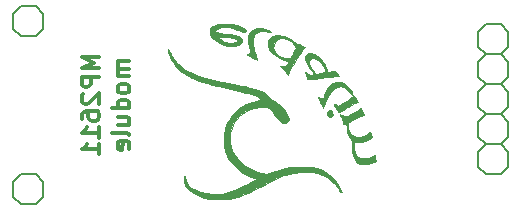
<source format=gbo>
G04 #@! TF.GenerationSoftware,KiCad,Pcbnew,(5.1.5)-1*
G04 #@! TF.CreationDate,2020-06-21T00:53:37+02:00*
G04 #@! TF.ProjectId,MP2611,4d503236-3131-42e6-9b69-6361645f7063,rev?*
G04 #@! TF.SameCoordinates,Original*
G04 #@! TF.FileFunction,Legend,Bot*
G04 #@! TF.FilePolarity,Positive*
%FSLAX45Y45*%
G04 Gerber Fmt 4.5, Leading zero omitted, Abs format (unit mm)*
G04 Created by KiCad (PCBNEW (5.1.5)-1) date 2020-06-21 00:53:37*
%MOMM*%
%LPD*%
G04 APERTURE LIST*
%ADD10C,0.300000*%
%ADD11C,0.150000*%
%ADD12C,0.100000*%
G04 APERTURE END LIST*
D10*
X9541557Y-5583686D02*
X9391557Y-5583686D01*
X9498700Y-5633686D01*
X9391557Y-5683686D01*
X9541557Y-5683686D01*
X9541557Y-5755114D02*
X9391557Y-5755114D01*
X9391557Y-5812257D01*
X9398700Y-5826543D01*
X9405843Y-5833686D01*
X9420129Y-5840828D01*
X9441557Y-5840828D01*
X9455843Y-5833686D01*
X9462986Y-5826543D01*
X9470129Y-5812257D01*
X9470129Y-5755114D01*
X9405843Y-5897971D02*
X9398700Y-5905114D01*
X9391557Y-5919400D01*
X9391557Y-5955114D01*
X9398700Y-5969400D01*
X9405843Y-5976543D01*
X9420129Y-5983686D01*
X9434414Y-5983686D01*
X9455843Y-5976543D01*
X9541557Y-5890828D01*
X9541557Y-5983686D01*
X9391557Y-6112257D02*
X9391557Y-6083686D01*
X9398700Y-6069400D01*
X9405843Y-6062257D01*
X9427271Y-6047971D01*
X9455843Y-6040828D01*
X9512986Y-6040828D01*
X9527271Y-6047971D01*
X9534414Y-6055114D01*
X9541557Y-6069400D01*
X9541557Y-6097971D01*
X9534414Y-6112257D01*
X9527271Y-6119400D01*
X9512986Y-6126543D01*
X9477271Y-6126543D01*
X9462986Y-6119400D01*
X9455843Y-6112257D01*
X9448700Y-6097971D01*
X9448700Y-6069400D01*
X9455843Y-6055114D01*
X9462986Y-6047971D01*
X9477271Y-6040828D01*
X9541557Y-6269400D02*
X9541557Y-6183686D01*
X9541557Y-6226543D02*
X9391557Y-6226543D01*
X9412986Y-6212257D01*
X9427271Y-6197971D01*
X9434414Y-6183686D01*
X9541557Y-6412257D02*
X9541557Y-6326543D01*
X9541557Y-6369400D02*
X9391557Y-6369400D01*
X9412986Y-6355114D01*
X9427271Y-6340828D01*
X9434414Y-6326543D01*
X9796557Y-5622971D02*
X9696557Y-5622971D01*
X9710843Y-5622971D02*
X9703700Y-5630114D01*
X9696557Y-5644400D01*
X9696557Y-5665828D01*
X9703700Y-5680114D01*
X9717986Y-5687257D01*
X9796557Y-5687257D01*
X9717986Y-5687257D02*
X9703700Y-5694400D01*
X9696557Y-5708686D01*
X9696557Y-5730114D01*
X9703700Y-5744400D01*
X9717986Y-5751543D01*
X9796557Y-5751543D01*
X9796557Y-5844400D02*
X9789414Y-5830114D01*
X9782271Y-5822971D01*
X9767986Y-5815828D01*
X9725129Y-5815828D01*
X9710843Y-5822971D01*
X9703700Y-5830114D01*
X9696557Y-5844400D01*
X9696557Y-5865828D01*
X9703700Y-5880114D01*
X9710843Y-5887257D01*
X9725129Y-5894400D01*
X9767986Y-5894400D01*
X9782271Y-5887257D01*
X9789414Y-5880114D01*
X9796557Y-5865828D01*
X9796557Y-5844400D01*
X9796557Y-6022971D02*
X9646557Y-6022971D01*
X9789414Y-6022971D02*
X9796557Y-6008686D01*
X9796557Y-5980114D01*
X9789414Y-5965828D01*
X9782271Y-5958686D01*
X9767986Y-5951543D01*
X9725129Y-5951543D01*
X9710843Y-5958686D01*
X9703700Y-5965828D01*
X9696557Y-5980114D01*
X9696557Y-6008686D01*
X9703700Y-6022971D01*
X9696557Y-6158686D02*
X9796557Y-6158686D01*
X9696557Y-6094400D02*
X9775129Y-6094400D01*
X9789414Y-6101543D01*
X9796557Y-6115828D01*
X9796557Y-6137257D01*
X9789414Y-6151543D01*
X9782271Y-6158686D01*
X9796557Y-6251543D02*
X9789414Y-6237257D01*
X9775129Y-6230114D01*
X9646557Y-6230114D01*
X9789414Y-6365828D02*
X9796557Y-6351543D01*
X9796557Y-6322971D01*
X9789414Y-6308686D01*
X9775129Y-6301543D01*
X9717986Y-6301543D01*
X9703700Y-6308686D01*
X9696557Y-6322971D01*
X9696557Y-6351543D01*
X9703700Y-6365828D01*
X9717986Y-6372971D01*
X9732271Y-6372971D01*
X9746557Y-6301543D01*
D11*
X12750800Y-5753100D02*
X12750800Y-5626100D01*
X13004800Y-5626100D02*
X13004800Y-5753100D01*
X12941300Y-5816600D02*
X12814300Y-5816600D01*
X12814300Y-5816600D02*
X12750800Y-5753100D01*
X13004800Y-5626100D02*
X12941300Y-5562600D01*
X12941300Y-5816600D02*
X13004800Y-5753100D01*
X12750800Y-5626100D02*
X12814300Y-5562600D01*
X12750800Y-5372100D02*
X12814300Y-5308600D01*
X12941300Y-5562600D02*
X13004800Y-5499100D01*
X13004800Y-5372100D02*
X12941300Y-5308600D01*
X12814300Y-5562600D02*
X12750800Y-5499100D01*
X12941300Y-5562600D02*
X12814300Y-5562600D01*
X13004800Y-5372100D02*
X13004800Y-5499100D01*
X12750800Y-5499100D02*
X12750800Y-5372100D01*
X12814300Y-5308600D02*
X12941300Y-5308600D01*
X13004800Y-5880100D02*
X13004800Y-6007100D01*
X12750800Y-6007100D02*
X12750800Y-5880100D01*
X12814300Y-5816600D02*
X12941300Y-5816600D01*
X12941300Y-5816600D02*
X13004800Y-5880100D01*
X12750800Y-6007100D02*
X12814300Y-6070600D01*
X12814300Y-5816600D02*
X12750800Y-5880100D01*
X13004800Y-6007100D02*
X12941300Y-6070600D01*
X13004800Y-6261100D02*
X12941300Y-6324600D01*
X12814300Y-6070600D02*
X12750800Y-6134100D01*
X12750800Y-6261100D02*
X12814300Y-6324600D01*
X12941300Y-6070600D02*
X13004800Y-6134100D01*
X12814300Y-6070600D02*
X12941300Y-6070600D01*
X12750800Y-6261100D02*
X12750800Y-6134100D01*
X13004800Y-6134100D02*
X13004800Y-6261100D01*
X12941300Y-6324600D02*
X12814300Y-6324600D01*
X8813800Y-5219700D02*
X8813800Y-5346700D01*
X9004300Y-5410200D02*
X8877300Y-5410200D01*
X8877300Y-5156200D02*
X9004300Y-5156200D01*
X9067800Y-5346700D02*
X9004300Y-5410200D01*
X9067800Y-5219700D02*
X9067800Y-5346700D01*
X8813800Y-5346700D02*
X8877300Y-5410200D01*
X8877300Y-5156200D02*
X8813800Y-5219700D01*
X9067800Y-5219700D02*
X9004300Y-5156200D01*
X8813800Y-6642100D02*
X8813800Y-6769100D01*
X9004300Y-6832600D02*
X8877300Y-6832600D01*
X8877300Y-6578600D02*
X9004300Y-6578600D01*
X9067800Y-6769100D02*
X9004300Y-6832600D01*
X9067800Y-6642100D02*
X9067800Y-6769100D01*
X8813800Y-6769100D02*
X8877300Y-6832600D01*
X8877300Y-6578600D02*
X8813800Y-6642100D01*
X9067800Y-6642100D02*
X9004300Y-6578600D01*
X12750800Y-6388100D02*
X12750800Y-6515100D01*
X12941300Y-6578600D02*
X12814300Y-6578600D01*
X12814300Y-6324600D02*
X12941300Y-6324600D01*
X13004800Y-6515100D02*
X12941300Y-6578600D01*
X13004800Y-6388100D02*
X13004800Y-6515100D01*
X12750800Y-6515100D02*
X12814300Y-6578600D01*
X12814300Y-6324600D02*
X12750800Y-6388100D01*
X13004800Y-6388100D02*
X12941300Y-6324600D01*
D12*
G36*
X10475812Y-5369484D02*
G01*
X10480650Y-5350871D01*
X10491362Y-5335250D01*
X10508052Y-5322524D01*
X10530824Y-5312598D01*
X10541107Y-5309537D01*
X10553338Y-5307448D01*
X10570619Y-5306059D01*
X10591262Y-5305360D01*
X10613581Y-5305341D01*
X10635888Y-5305992D01*
X10656497Y-5307303D01*
X10673720Y-5309264D01*
X10679960Y-5310365D01*
X10694578Y-5314277D01*
X10710737Y-5320087D01*
X10727480Y-5327264D01*
X10743855Y-5335271D01*
X10758906Y-5343577D01*
X10771680Y-5351646D01*
X10781221Y-5358946D01*
X10786575Y-5364942D01*
X10786788Y-5369101D01*
X10786071Y-5369703D01*
X10776669Y-5372620D01*
X10762568Y-5372261D01*
X10743454Y-5368574D01*
X10719013Y-5361507D01*
X10702472Y-5355909D01*
X10670249Y-5345069D01*
X10643171Y-5337223D01*
X10620353Y-5332271D01*
X10600914Y-5330116D01*
X10583971Y-5330659D01*
X10568641Y-5333801D01*
X10554235Y-5339352D01*
X10542103Y-5346416D01*
X10532525Y-5354540D01*
X10526533Y-5362542D01*
X10525161Y-5369244D01*
X10526210Y-5371386D01*
X10533516Y-5376205D01*
X10542985Y-5379316D01*
X10542985Y-5417525D01*
X10545641Y-5421608D01*
X10553319Y-5428396D01*
X10555509Y-5430148D01*
X10577500Y-5445346D01*
X10600703Y-5456451D01*
X10618833Y-5462511D01*
X10635575Y-5465929D01*
X10653140Y-5467082D01*
X10670253Y-5466186D01*
X10685641Y-5463460D01*
X10698031Y-5459120D01*
X10706147Y-5453384D01*
X10708747Y-5447155D01*
X10705518Y-5440636D01*
X10696458Y-5434270D01*
X10682512Y-5428315D01*
X10664620Y-5423029D01*
X10643725Y-5418672D01*
X10620771Y-5415502D01*
X10596698Y-5413778D01*
X10586257Y-5413545D01*
X10570824Y-5413631D01*
X10557586Y-5414053D01*
X10548217Y-5414735D01*
X10544779Y-5415359D01*
X10542985Y-5417525D01*
X10542985Y-5379316D01*
X10547237Y-5380714D01*
X10567468Y-5384936D01*
X10594309Y-5388893D01*
X10614655Y-5391260D01*
X10653573Y-5396321D01*
X10686079Y-5402480D01*
X10712109Y-5409717D01*
X10731595Y-5418014D01*
X10744473Y-5427350D01*
X10747470Y-5430948D01*
X10752460Y-5443284D01*
X10751538Y-5456255D01*
X10745335Y-5468739D01*
X10734479Y-5479617D01*
X10719601Y-5487766D01*
X10714587Y-5489470D01*
X10691511Y-5493553D01*
X10664215Y-5493667D01*
X10633874Y-5489943D01*
X10601660Y-5482510D01*
X10575740Y-5474129D01*
X10543804Y-5460446D01*
X10517778Y-5444935D01*
X10497822Y-5427766D01*
X10484096Y-5409104D01*
X10476759Y-5389118D01*
X10475812Y-5369484D01*
G37*
X10475812Y-5369484D02*
X10480650Y-5350871D01*
X10491362Y-5335250D01*
X10508052Y-5322524D01*
X10530824Y-5312598D01*
X10541107Y-5309537D01*
X10553338Y-5307448D01*
X10570619Y-5306059D01*
X10591262Y-5305360D01*
X10613581Y-5305341D01*
X10635888Y-5305992D01*
X10656497Y-5307303D01*
X10673720Y-5309264D01*
X10679960Y-5310365D01*
X10694578Y-5314277D01*
X10710737Y-5320087D01*
X10727480Y-5327264D01*
X10743855Y-5335271D01*
X10758906Y-5343577D01*
X10771680Y-5351646D01*
X10781221Y-5358946D01*
X10786575Y-5364942D01*
X10786788Y-5369101D01*
X10786071Y-5369703D01*
X10776669Y-5372620D01*
X10762568Y-5372261D01*
X10743454Y-5368574D01*
X10719013Y-5361507D01*
X10702472Y-5355909D01*
X10670249Y-5345069D01*
X10643171Y-5337223D01*
X10620353Y-5332271D01*
X10600914Y-5330116D01*
X10583971Y-5330659D01*
X10568641Y-5333801D01*
X10554235Y-5339352D01*
X10542103Y-5346416D01*
X10532525Y-5354540D01*
X10526533Y-5362542D01*
X10525161Y-5369244D01*
X10526210Y-5371386D01*
X10533516Y-5376205D01*
X10542985Y-5379316D01*
X10542985Y-5417525D01*
X10545641Y-5421608D01*
X10553319Y-5428396D01*
X10555509Y-5430148D01*
X10577500Y-5445346D01*
X10600703Y-5456451D01*
X10618833Y-5462511D01*
X10635575Y-5465929D01*
X10653140Y-5467082D01*
X10670253Y-5466186D01*
X10685641Y-5463460D01*
X10698031Y-5459120D01*
X10706147Y-5453384D01*
X10708747Y-5447155D01*
X10705518Y-5440636D01*
X10696458Y-5434270D01*
X10682512Y-5428315D01*
X10664620Y-5423029D01*
X10643725Y-5418672D01*
X10620771Y-5415502D01*
X10596698Y-5413778D01*
X10586257Y-5413545D01*
X10570824Y-5413631D01*
X10557586Y-5414053D01*
X10548217Y-5414735D01*
X10544779Y-5415359D01*
X10542985Y-5417525D01*
X10542985Y-5379316D01*
X10547237Y-5380714D01*
X10567468Y-5384936D01*
X10594309Y-5388893D01*
X10614655Y-5391260D01*
X10653573Y-5396321D01*
X10686079Y-5402480D01*
X10712109Y-5409717D01*
X10731595Y-5418014D01*
X10744473Y-5427350D01*
X10747470Y-5430948D01*
X10752460Y-5443284D01*
X10751538Y-5456255D01*
X10745335Y-5468739D01*
X10734479Y-5479617D01*
X10719601Y-5487766D01*
X10714587Y-5489470D01*
X10691511Y-5493553D01*
X10664215Y-5493667D01*
X10633874Y-5489943D01*
X10601660Y-5482510D01*
X10575740Y-5474129D01*
X10543804Y-5460446D01*
X10517778Y-5444935D01*
X10497822Y-5427766D01*
X10484096Y-5409104D01*
X10476759Y-5389118D01*
X10475812Y-5369484D01*
G36*
X10790030Y-5565018D02*
G01*
X10792847Y-5562396D01*
X10800032Y-5558357D01*
X10805267Y-5555896D01*
X10813299Y-5551884D01*
X10818480Y-5547502D01*
X10820893Y-5541640D01*
X10820621Y-5533189D01*
X10817745Y-5521040D01*
X10812349Y-5504084D01*
X10809700Y-5496280D01*
X10800921Y-5465180D01*
X10797354Y-5437975D01*
X10799052Y-5414169D01*
X10806070Y-5393267D01*
X10818463Y-5374770D01*
X10823654Y-5369197D01*
X10839284Y-5356352D01*
X10855353Y-5348038D01*
X10855943Y-5347833D01*
X10873050Y-5344078D01*
X10894046Y-5342568D01*
X10916433Y-5343281D01*
X10937717Y-5346199D01*
X10947507Y-5348576D01*
X10969964Y-5356328D01*
X10985803Y-5364592D01*
X10993473Y-5371321D01*
X10996061Y-5375068D01*
X10994380Y-5376100D01*
X10987316Y-5374969D01*
X10986453Y-5374795D01*
X10966224Y-5371234D01*
X10946008Y-5368611D01*
X10927653Y-5367100D01*
X10913007Y-5366873D01*
X10907122Y-5367371D01*
X10886978Y-5373700D01*
X10869192Y-5385830D01*
X10854972Y-5402886D01*
X10852680Y-5406779D01*
X10848079Y-5415572D01*
X10845134Y-5423162D01*
X10843486Y-5431472D01*
X10842780Y-5442425D01*
X10842659Y-5457944D01*
X10842668Y-5460720D01*
X10843180Y-5479715D01*
X10844790Y-5496761D01*
X10847868Y-5513545D01*
X10852785Y-5531754D01*
X10859910Y-5553074D01*
X10867371Y-5573296D01*
X10872583Y-5587414D01*
X10876616Y-5599012D01*
X10879020Y-5606755D01*
X10879453Y-5609300D01*
X10876147Y-5608449D01*
X10868151Y-5605085D01*
X10856768Y-5599855D01*
X10843300Y-5593402D01*
X10829050Y-5586373D01*
X10815320Y-5579412D01*
X10803413Y-5573164D01*
X10794632Y-5568274D01*
X10790278Y-5565387D01*
X10790030Y-5565018D01*
G37*
X10790030Y-5565018D02*
X10792847Y-5562396D01*
X10800032Y-5558357D01*
X10805267Y-5555896D01*
X10813299Y-5551884D01*
X10818480Y-5547502D01*
X10820893Y-5541640D01*
X10820621Y-5533189D01*
X10817745Y-5521040D01*
X10812349Y-5504084D01*
X10809700Y-5496280D01*
X10800921Y-5465180D01*
X10797354Y-5437975D01*
X10799052Y-5414169D01*
X10806070Y-5393267D01*
X10818463Y-5374770D01*
X10823654Y-5369197D01*
X10839284Y-5356352D01*
X10855353Y-5348038D01*
X10855943Y-5347833D01*
X10873050Y-5344078D01*
X10894046Y-5342568D01*
X10916433Y-5343281D01*
X10937717Y-5346199D01*
X10947507Y-5348576D01*
X10969964Y-5356328D01*
X10985803Y-5364592D01*
X10993473Y-5371321D01*
X10996061Y-5375068D01*
X10994380Y-5376100D01*
X10987316Y-5374969D01*
X10986453Y-5374795D01*
X10966224Y-5371234D01*
X10946008Y-5368611D01*
X10927653Y-5367100D01*
X10913007Y-5366873D01*
X10907122Y-5367371D01*
X10886978Y-5373700D01*
X10869192Y-5385830D01*
X10854972Y-5402886D01*
X10852680Y-5406779D01*
X10848079Y-5415572D01*
X10845134Y-5423162D01*
X10843486Y-5431472D01*
X10842780Y-5442425D01*
X10842659Y-5457944D01*
X10842668Y-5460720D01*
X10843180Y-5479715D01*
X10844790Y-5496761D01*
X10847868Y-5513545D01*
X10852785Y-5531754D01*
X10859910Y-5553074D01*
X10867371Y-5573296D01*
X10872583Y-5587414D01*
X10876616Y-5599012D01*
X10879020Y-5606755D01*
X10879453Y-5609300D01*
X10876147Y-5608449D01*
X10868151Y-5605085D01*
X10856768Y-5599855D01*
X10843300Y-5593402D01*
X10829050Y-5586373D01*
X10815320Y-5579412D01*
X10803413Y-5573164D01*
X10794632Y-5568274D01*
X10790278Y-5565387D01*
X10790030Y-5565018D01*
G36*
X10966946Y-5472561D02*
G01*
X10971474Y-5452582D01*
X10981508Y-5434833D01*
X10996643Y-5420272D01*
X11016471Y-5409854D01*
X11016712Y-5409775D01*
X11016712Y-5507334D01*
X11021102Y-5528232D01*
X11031170Y-5547593D01*
X11046557Y-5564722D01*
X11066905Y-5578926D01*
X11091190Y-5589298D01*
X11108310Y-5593623D01*
X11126218Y-5596241D01*
X11142684Y-5596959D01*
X11155481Y-5595586D01*
X11157480Y-5595019D01*
X11162061Y-5591012D01*
X11168990Y-5581652D01*
X11177736Y-5567716D01*
X11185983Y-5553253D01*
X11207712Y-5513732D01*
X11198209Y-5495580D01*
X11190239Y-5483177D01*
X11179587Y-5470110D01*
X11171576Y-5462028D01*
X11147934Y-5443890D01*
X11124273Y-5431752D01*
X11101074Y-5425718D01*
X11078817Y-5425891D01*
X11057982Y-5432374D01*
X11051141Y-5436137D01*
X11037356Y-5447497D01*
X11026599Y-5463314D01*
X11026396Y-5463699D01*
X11018358Y-5485591D01*
X11016712Y-5507334D01*
X11016712Y-5409775D01*
X11021633Y-5408150D01*
X11041603Y-5404441D01*
X11064726Y-5403643D01*
X11088049Y-5405740D01*
X11101600Y-5408564D01*
X11125269Y-5416690D01*
X11149565Y-5428202D01*
X11172775Y-5442049D01*
X11193185Y-5457181D01*
X11209084Y-5472544D01*
X11212357Y-5476564D01*
X11218058Y-5483551D01*
X11221396Y-5485625D01*
X11223844Y-5483453D01*
X11224600Y-5482121D01*
X11227705Y-5476587D01*
X11228840Y-5474808D01*
X11231929Y-5475848D01*
X11239104Y-5479566D01*
X11248740Y-5485003D01*
X11259211Y-5491197D01*
X11268891Y-5497188D01*
X11276155Y-5502014D01*
X11279345Y-5504659D01*
X11277903Y-5507835D01*
X11272993Y-5511324D01*
X11266187Y-5516912D01*
X11259108Y-5525529D01*
X11257552Y-5527921D01*
X11253866Y-5533944D01*
X11247162Y-5544891D01*
X11237964Y-5559911D01*
X11226791Y-5578152D01*
X11214166Y-5598761D01*
X11200610Y-5620889D01*
X11197341Y-5626224D01*
X11181306Y-5652570D01*
X11168605Y-5673873D01*
X11158893Y-5690774D01*
X11151823Y-5703915D01*
X11147049Y-5713938D01*
X11144225Y-5721487D01*
X11143023Y-5727055D01*
X11141495Y-5736423D01*
X11139621Y-5742506D01*
X11138888Y-5743485D01*
X11136113Y-5741601D01*
X11131421Y-5735166D01*
X11127002Y-5727670D01*
X11120398Y-5717464D01*
X11110598Y-5704622D01*
X11099249Y-5691243D01*
X11093594Y-5685099D01*
X11069618Y-5659858D01*
X11089034Y-5662284D01*
X11105635Y-5663138D01*
X11117940Y-5660257D01*
X11127804Y-5652742D01*
X11137083Y-5639689D01*
X11137701Y-5638644D01*
X11148402Y-5620385D01*
X11134314Y-5618051D01*
X11107196Y-5611341D01*
X11079419Y-5600496D01*
X11052245Y-5586334D01*
X11026935Y-5569672D01*
X11004750Y-5551328D01*
X10986951Y-5532120D01*
X10976038Y-5515388D01*
X10968332Y-5493815D01*
X10966946Y-5472561D01*
G37*
X10966946Y-5472561D02*
X10971474Y-5452582D01*
X10981508Y-5434833D01*
X10996643Y-5420272D01*
X11016471Y-5409854D01*
X11016712Y-5409775D01*
X11016712Y-5507334D01*
X11021102Y-5528232D01*
X11031170Y-5547593D01*
X11046557Y-5564722D01*
X11066905Y-5578926D01*
X11091190Y-5589298D01*
X11108310Y-5593623D01*
X11126218Y-5596241D01*
X11142684Y-5596959D01*
X11155481Y-5595586D01*
X11157480Y-5595019D01*
X11162061Y-5591012D01*
X11168990Y-5581652D01*
X11177736Y-5567716D01*
X11185983Y-5553253D01*
X11207712Y-5513732D01*
X11198209Y-5495580D01*
X11190239Y-5483177D01*
X11179587Y-5470110D01*
X11171576Y-5462028D01*
X11147934Y-5443890D01*
X11124273Y-5431752D01*
X11101074Y-5425718D01*
X11078817Y-5425891D01*
X11057982Y-5432374D01*
X11051141Y-5436137D01*
X11037356Y-5447497D01*
X11026599Y-5463314D01*
X11026396Y-5463699D01*
X11018358Y-5485591D01*
X11016712Y-5507334D01*
X11016712Y-5409775D01*
X11021633Y-5408150D01*
X11041603Y-5404441D01*
X11064726Y-5403643D01*
X11088049Y-5405740D01*
X11101600Y-5408564D01*
X11125269Y-5416690D01*
X11149565Y-5428202D01*
X11172775Y-5442049D01*
X11193185Y-5457181D01*
X11209084Y-5472544D01*
X11212357Y-5476564D01*
X11218058Y-5483551D01*
X11221396Y-5485625D01*
X11223844Y-5483453D01*
X11224600Y-5482121D01*
X11227705Y-5476587D01*
X11228840Y-5474808D01*
X11231929Y-5475848D01*
X11239104Y-5479566D01*
X11248740Y-5485003D01*
X11259211Y-5491197D01*
X11268891Y-5497188D01*
X11276155Y-5502014D01*
X11279345Y-5504659D01*
X11277903Y-5507835D01*
X11272993Y-5511324D01*
X11266187Y-5516912D01*
X11259108Y-5525529D01*
X11257552Y-5527921D01*
X11253866Y-5533944D01*
X11247162Y-5544891D01*
X11237964Y-5559911D01*
X11226791Y-5578152D01*
X11214166Y-5598761D01*
X11200610Y-5620889D01*
X11197341Y-5626224D01*
X11181306Y-5652570D01*
X11168605Y-5673873D01*
X11158893Y-5690774D01*
X11151823Y-5703915D01*
X11147049Y-5713938D01*
X11144225Y-5721487D01*
X11143023Y-5727055D01*
X11141495Y-5736423D01*
X11139621Y-5742506D01*
X11138888Y-5743485D01*
X11136113Y-5741601D01*
X11131421Y-5735166D01*
X11127002Y-5727670D01*
X11120398Y-5717464D01*
X11110598Y-5704622D01*
X11099249Y-5691243D01*
X11093594Y-5685099D01*
X11069618Y-5659858D01*
X11089034Y-5662284D01*
X11105635Y-5663138D01*
X11117940Y-5660257D01*
X11127804Y-5652742D01*
X11137083Y-5639689D01*
X11137701Y-5638644D01*
X11148402Y-5620385D01*
X11134314Y-5618051D01*
X11107196Y-5611341D01*
X11079419Y-5600496D01*
X11052245Y-5586334D01*
X11026935Y-5569672D01*
X11004750Y-5551328D01*
X10986951Y-5532120D01*
X10976038Y-5515388D01*
X10968332Y-5493815D01*
X10966946Y-5472561D01*
G36*
X10119965Y-5522247D02*
G01*
X10120066Y-5520921D01*
X10121063Y-5516580D01*
X10122939Y-5516879D01*
X10126781Y-5522354D01*
X10128467Y-5525067D01*
X10133212Y-5533489D01*
X10139676Y-5545917D01*
X10146754Y-5560200D01*
X10149707Y-5566368D01*
X10170619Y-5602673D01*
X10197575Y-5636065D01*
X10230473Y-5666469D01*
X10269207Y-5693811D01*
X10313672Y-5718015D01*
X10363764Y-5739007D01*
X10414018Y-5755217D01*
X10438227Y-5761743D01*
X10468224Y-5769305D01*
X10503139Y-5777702D01*
X10542102Y-5786736D01*
X10584240Y-5796207D01*
X10628683Y-5805915D01*
X10674560Y-5815662D01*
X10710440Y-5823093D01*
X10744183Y-5830057D01*
X10772237Y-5835995D01*
X10795568Y-5841147D01*
X10815141Y-5845755D01*
X10831922Y-5850057D01*
X10846876Y-5854295D01*
X10860968Y-5858709D01*
X10875163Y-5863539D01*
X10880339Y-5865373D01*
X10913432Y-5878976D01*
X10942054Y-5894944D01*
X10968439Y-5914695D01*
X10990620Y-5935359D01*
X11006208Y-5950191D01*
X11021052Y-5962710D01*
X11033685Y-5971713D01*
X11038034Y-5974185D01*
X11069337Y-5993774D01*
X11096630Y-6018712D01*
X11119598Y-6048668D01*
X11133761Y-6074156D01*
X11141755Y-6093003D01*
X11145386Y-6107863D01*
X11144661Y-6119921D01*
X11139586Y-6130366D01*
X11134112Y-6136699D01*
X11125599Y-6143650D01*
X11117549Y-6147738D01*
X11114861Y-6148213D01*
X11100576Y-6145106D01*
X11083987Y-6135921D01*
X11065327Y-6120859D01*
X11044829Y-6100122D01*
X11022724Y-6073913D01*
X11009194Y-6056198D01*
X10979978Y-6016675D01*
X10960356Y-6012592D01*
X10945400Y-6010638D01*
X10925827Y-6009808D01*
X10903712Y-6010191D01*
X10903480Y-6010201D01*
X10861422Y-6015449D01*
X10820693Y-6027095D01*
X10782130Y-6044784D01*
X10746570Y-6068161D01*
X10725955Y-6085771D01*
X10703831Y-6109171D01*
X10686380Y-6133765D01*
X10672353Y-6161545D01*
X10663394Y-6185467D01*
X10651473Y-6229222D01*
X10645781Y-6270445D01*
X10646384Y-6309410D01*
X10653345Y-6346393D01*
X10666730Y-6381669D01*
X10686605Y-6415513D01*
X10713034Y-6448202D01*
X10729486Y-6464927D01*
X10768548Y-6497995D01*
X10811334Y-6525861D01*
X10858282Y-6548766D01*
X10909830Y-6566951D01*
X10920151Y-6569884D01*
X10950368Y-6578166D01*
X10982217Y-6566237D01*
X11006724Y-6557612D01*
X11034689Y-6548673D01*
X11063762Y-6540108D01*
X11091590Y-6532606D01*
X11115821Y-6526856D01*
X11118809Y-6526227D01*
X11149034Y-6520786D01*
X11179339Y-6517090D01*
X11211505Y-6515011D01*
X11247316Y-6514416D01*
X11275043Y-6514803D01*
X11299285Y-6515484D01*
X11318243Y-6516330D01*
X11333407Y-6517497D01*
X11346266Y-6519144D01*
X11358309Y-6521428D01*
X11371025Y-6524506D01*
X11373792Y-6525234D01*
X11413159Y-6538070D01*
X11448108Y-6554796D01*
X11479781Y-6576161D01*
X11509319Y-6602917D01*
X11533395Y-6630206D01*
X11542654Y-6642478D01*
X11552825Y-6657305D01*
X11563183Y-6673462D01*
X11573002Y-6689724D01*
X11581556Y-6704866D01*
X11588118Y-6717662D01*
X11591965Y-6726887D01*
X11592667Y-6730248D01*
X11591666Y-6733745D01*
X11588428Y-6732644D01*
X11582599Y-6726612D01*
X11573825Y-6715314D01*
X11567213Y-6706167D01*
X11535736Y-6666475D01*
X11502078Y-6632994D01*
X11466057Y-6605660D01*
X11427493Y-6584411D01*
X11386206Y-6569185D01*
X11342016Y-6559918D01*
X11294742Y-6556549D01*
X11244205Y-6559013D01*
X11190225Y-6567250D01*
X11176107Y-6570217D01*
X11155544Y-6574916D01*
X11136871Y-6579605D01*
X11119306Y-6584610D01*
X11102070Y-6590258D01*
X11084379Y-6596876D01*
X11065454Y-6604792D01*
X11044513Y-6614332D01*
X11020776Y-6625823D01*
X10993461Y-6639593D01*
X10961788Y-6655967D01*
X10924975Y-6675274D01*
X10924273Y-6675643D01*
X10878936Y-6699101D01*
X10838424Y-6719107D01*
X10801942Y-6735990D01*
X10768697Y-6750078D01*
X10737894Y-6761700D01*
X10708738Y-6771185D01*
X10680436Y-6778863D01*
X10667865Y-6781793D01*
X10647589Y-6785311D01*
X10622816Y-6788077D01*
X10595163Y-6790048D01*
X10566246Y-6791185D01*
X10537680Y-6791446D01*
X10511081Y-6790789D01*
X10488065Y-6789175D01*
X10471369Y-6786792D01*
X10431881Y-6777159D01*
X10394544Y-6764726D01*
X10360206Y-6749927D01*
X10329721Y-6733199D01*
X10303939Y-6714976D01*
X10283712Y-6695695D01*
X10277150Y-6687485D01*
X10266519Y-6669064D01*
X10259268Y-6648688D01*
X10256073Y-6628697D01*
X10256588Y-6616347D01*
X10258879Y-6603299D01*
X10261244Y-6595736D01*
X10264210Y-6592387D01*
X10266758Y-6591867D01*
X10269717Y-6594950D01*
X10271013Y-6604341D01*
X10271085Y-6608443D01*
X10273540Y-6631986D01*
X10281151Y-6652783D01*
X10294291Y-6671321D01*
X10313330Y-6688091D01*
X10338642Y-6703581D01*
X10346373Y-6707497D01*
X10393512Y-6727041D01*
X10441873Y-6740108D01*
X10491837Y-6746761D01*
X10543781Y-6747059D01*
X10576756Y-6744128D01*
X10603897Y-6739851D01*
X10631344Y-6733514D01*
X10659886Y-6724807D01*
X10690314Y-6713424D01*
X10723416Y-6699057D01*
X10759983Y-6681397D01*
X10800805Y-6660138D01*
X10822200Y-6648534D01*
X10840952Y-6638263D01*
X10854328Y-6630774D01*
X10862840Y-6625501D01*
X10867003Y-6621879D01*
X10867328Y-6619345D01*
X10864328Y-6617331D01*
X10858517Y-6615274D01*
X10853774Y-6613745D01*
X10824581Y-6602501D01*
X10793157Y-6587498D01*
X10761890Y-6569930D01*
X10745273Y-6559375D01*
X10705230Y-6529289D01*
X10671181Y-6496421D01*
X10643213Y-6460960D01*
X10621413Y-6423095D01*
X10605869Y-6383014D01*
X10596669Y-6340905D01*
X10593900Y-6296957D01*
X10597651Y-6251357D01*
X10598791Y-6244330D01*
X10610231Y-6194225D01*
X10626502Y-6148827D01*
X10647715Y-6107988D01*
X10673981Y-6071554D01*
X10705412Y-6039378D01*
X10742117Y-6011307D01*
X10784210Y-5987191D01*
X10791305Y-5983759D01*
X10833454Y-5966717D01*
X10874085Y-5956135D01*
X10898119Y-5952867D01*
X10923239Y-5950697D01*
X10913359Y-5942806D01*
X10896799Y-5931716D01*
X10874857Y-5920334D01*
X10848859Y-5909314D01*
X10835747Y-5904492D01*
X10822497Y-5900258D01*
X10803522Y-5894786D01*
X10779710Y-5888301D01*
X10751949Y-5881024D01*
X10721128Y-5873179D01*
X10688135Y-5864987D01*
X10653860Y-5856671D01*
X10619190Y-5848455D01*
X10585014Y-5840560D01*
X10552221Y-5833209D01*
X10544493Y-5831515D01*
X10495906Y-5820456D01*
X10453210Y-5809705D01*
X10415550Y-5798992D01*
X10382067Y-5788048D01*
X10351905Y-5776604D01*
X10324207Y-5764391D01*
X10312507Y-5758668D01*
X10267255Y-5732458D01*
X10227423Y-5702203D01*
X10193023Y-5667914D01*
X10164066Y-5629603D01*
X10144043Y-5594493D01*
X10136645Y-5578264D01*
X10130011Y-5561310D01*
X10124669Y-5545245D01*
X10121145Y-5531685D01*
X10119965Y-5522247D01*
G37*
X10119965Y-5522247D02*
X10120066Y-5520921D01*
X10121063Y-5516580D01*
X10122939Y-5516879D01*
X10126781Y-5522354D01*
X10128467Y-5525067D01*
X10133212Y-5533489D01*
X10139676Y-5545917D01*
X10146754Y-5560200D01*
X10149707Y-5566368D01*
X10170619Y-5602673D01*
X10197575Y-5636065D01*
X10230473Y-5666469D01*
X10269207Y-5693811D01*
X10313672Y-5718015D01*
X10363764Y-5739007D01*
X10414018Y-5755217D01*
X10438227Y-5761743D01*
X10468224Y-5769305D01*
X10503139Y-5777702D01*
X10542102Y-5786736D01*
X10584240Y-5796207D01*
X10628683Y-5805915D01*
X10674560Y-5815662D01*
X10710440Y-5823093D01*
X10744183Y-5830057D01*
X10772237Y-5835995D01*
X10795568Y-5841147D01*
X10815141Y-5845755D01*
X10831922Y-5850057D01*
X10846876Y-5854295D01*
X10860968Y-5858709D01*
X10875163Y-5863539D01*
X10880339Y-5865373D01*
X10913432Y-5878976D01*
X10942054Y-5894944D01*
X10968439Y-5914695D01*
X10990620Y-5935359D01*
X11006208Y-5950191D01*
X11021052Y-5962710D01*
X11033685Y-5971713D01*
X11038034Y-5974185D01*
X11069337Y-5993774D01*
X11096630Y-6018712D01*
X11119598Y-6048668D01*
X11133761Y-6074156D01*
X11141755Y-6093003D01*
X11145386Y-6107863D01*
X11144661Y-6119921D01*
X11139586Y-6130366D01*
X11134112Y-6136699D01*
X11125599Y-6143650D01*
X11117549Y-6147738D01*
X11114861Y-6148213D01*
X11100576Y-6145106D01*
X11083987Y-6135921D01*
X11065327Y-6120859D01*
X11044829Y-6100122D01*
X11022724Y-6073913D01*
X11009194Y-6056198D01*
X10979978Y-6016675D01*
X10960356Y-6012592D01*
X10945400Y-6010638D01*
X10925827Y-6009808D01*
X10903712Y-6010191D01*
X10903480Y-6010201D01*
X10861422Y-6015449D01*
X10820693Y-6027095D01*
X10782130Y-6044784D01*
X10746570Y-6068161D01*
X10725955Y-6085771D01*
X10703831Y-6109171D01*
X10686380Y-6133765D01*
X10672353Y-6161545D01*
X10663394Y-6185467D01*
X10651473Y-6229222D01*
X10645781Y-6270445D01*
X10646384Y-6309410D01*
X10653345Y-6346393D01*
X10666730Y-6381669D01*
X10686605Y-6415513D01*
X10713034Y-6448202D01*
X10729486Y-6464927D01*
X10768548Y-6497995D01*
X10811334Y-6525861D01*
X10858282Y-6548766D01*
X10909830Y-6566951D01*
X10920151Y-6569884D01*
X10950368Y-6578166D01*
X10982217Y-6566237D01*
X11006724Y-6557612D01*
X11034689Y-6548673D01*
X11063762Y-6540108D01*
X11091590Y-6532606D01*
X11115821Y-6526856D01*
X11118809Y-6526227D01*
X11149034Y-6520786D01*
X11179339Y-6517090D01*
X11211505Y-6515011D01*
X11247316Y-6514416D01*
X11275043Y-6514803D01*
X11299285Y-6515484D01*
X11318243Y-6516330D01*
X11333407Y-6517497D01*
X11346266Y-6519144D01*
X11358309Y-6521428D01*
X11371025Y-6524506D01*
X11373792Y-6525234D01*
X11413159Y-6538070D01*
X11448108Y-6554796D01*
X11479781Y-6576161D01*
X11509319Y-6602917D01*
X11533395Y-6630206D01*
X11542654Y-6642478D01*
X11552825Y-6657305D01*
X11563183Y-6673462D01*
X11573002Y-6689724D01*
X11581556Y-6704866D01*
X11588118Y-6717662D01*
X11591965Y-6726887D01*
X11592667Y-6730248D01*
X11591666Y-6733745D01*
X11588428Y-6732644D01*
X11582599Y-6726612D01*
X11573825Y-6715314D01*
X11567213Y-6706167D01*
X11535736Y-6666475D01*
X11502078Y-6632994D01*
X11466057Y-6605660D01*
X11427493Y-6584411D01*
X11386206Y-6569185D01*
X11342016Y-6559918D01*
X11294742Y-6556549D01*
X11244205Y-6559013D01*
X11190225Y-6567250D01*
X11176107Y-6570217D01*
X11155544Y-6574916D01*
X11136871Y-6579605D01*
X11119306Y-6584610D01*
X11102070Y-6590258D01*
X11084379Y-6596876D01*
X11065454Y-6604792D01*
X11044513Y-6614332D01*
X11020776Y-6625823D01*
X10993461Y-6639593D01*
X10961788Y-6655967D01*
X10924975Y-6675274D01*
X10924273Y-6675643D01*
X10878936Y-6699101D01*
X10838424Y-6719107D01*
X10801942Y-6735990D01*
X10768697Y-6750078D01*
X10737894Y-6761700D01*
X10708738Y-6771185D01*
X10680436Y-6778863D01*
X10667865Y-6781793D01*
X10647589Y-6785311D01*
X10622816Y-6788077D01*
X10595163Y-6790048D01*
X10566246Y-6791185D01*
X10537680Y-6791446D01*
X10511081Y-6790789D01*
X10488065Y-6789175D01*
X10471369Y-6786792D01*
X10431881Y-6777159D01*
X10394544Y-6764726D01*
X10360206Y-6749927D01*
X10329721Y-6733199D01*
X10303939Y-6714976D01*
X10283712Y-6695695D01*
X10277150Y-6687485D01*
X10266519Y-6669064D01*
X10259268Y-6648688D01*
X10256073Y-6628697D01*
X10256588Y-6616347D01*
X10258879Y-6603299D01*
X10261244Y-6595736D01*
X10264210Y-6592387D01*
X10266758Y-6591867D01*
X10269717Y-6594950D01*
X10271013Y-6604341D01*
X10271085Y-6608443D01*
X10273540Y-6631986D01*
X10281151Y-6652783D01*
X10294291Y-6671321D01*
X10313330Y-6688091D01*
X10338642Y-6703581D01*
X10346373Y-6707497D01*
X10393512Y-6727041D01*
X10441873Y-6740108D01*
X10491837Y-6746761D01*
X10543781Y-6747059D01*
X10576756Y-6744128D01*
X10603897Y-6739851D01*
X10631344Y-6733514D01*
X10659886Y-6724807D01*
X10690314Y-6713424D01*
X10723416Y-6699057D01*
X10759983Y-6681397D01*
X10800805Y-6660138D01*
X10822200Y-6648534D01*
X10840952Y-6638263D01*
X10854328Y-6630774D01*
X10862840Y-6625501D01*
X10867003Y-6621879D01*
X10867328Y-6619345D01*
X10864328Y-6617331D01*
X10858517Y-6615274D01*
X10853774Y-6613745D01*
X10824581Y-6602501D01*
X10793157Y-6587498D01*
X10761890Y-6569930D01*
X10745273Y-6559375D01*
X10705230Y-6529289D01*
X10671181Y-6496421D01*
X10643213Y-6460960D01*
X10621413Y-6423095D01*
X10605869Y-6383014D01*
X10596669Y-6340905D01*
X10593900Y-6296957D01*
X10597651Y-6251357D01*
X10598791Y-6244330D01*
X10610231Y-6194225D01*
X10626502Y-6148827D01*
X10647715Y-6107988D01*
X10673981Y-6071554D01*
X10705412Y-6039378D01*
X10742117Y-6011307D01*
X10784210Y-5987191D01*
X10791305Y-5983759D01*
X10833454Y-5966717D01*
X10874085Y-5956135D01*
X10898119Y-5952867D01*
X10923239Y-5950697D01*
X10913359Y-5942806D01*
X10896799Y-5931716D01*
X10874857Y-5920334D01*
X10848859Y-5909314D01*
X10835747Y-5904492D01*
X10822497Y-5900258D01*
X10803522Y-5894786D01*
X10779710Y-5888301D01*
X10751949Y-5881024D01*
X10721128Y-5873179D01*
X10688135Y-5864987D01*
X10653860Y-5856671D01*
X10619190Y-5848455D01*
X10585014Y-5840560D01*
X10552221Y-5833209D01*
X10544493Y-5831515D01*
X10495906Y-5820456D01*
X10453210Y-5809705D01*
X10415550Y-5798992D01*
X10382067Y-5788048D01*
X10351905Y-5776604D01*
X10324207Y-5764391D01*
X10312507Y-5758668D01*
X10267255Y-5732458D01*
X10227423Y-5702203D01*
X10193023Y-5667914D01*
X10164066Y-5629603D01*
X10144043Y-5594493D01*
X10136645Y-5578264D01*
X10130011Y-5561310D01*
X10124669Y-5545245D01*
X10121145Y-5531685D01*
X10119965Y-5522247D01*
G36*
X11281773Y-5712473D02*
G01*
X11283216Y-5710794D01*
X11288431Y-5714166D01*
X11296029Y-5720851D01*
X11310964Y-5731940D01*
X11325690Y-5736841D01*
X11341662Y-5735933D01*
X11347792Y-5734319D01*
X11361997Y-5729960D01*
X11342999Y-5707947D01*
X11324939Y-5685143D01*
X11309505Y-5661924D01*
X11297278Y-5639402D01*
X11288838Y-5618690D01*
X11284766Y-5600900D01*
X11284480Y-5595774D01*
X11286662Y-5582392D01*
X11292369Y-5570069D01*
X11300338Y-5561227D01*
X11303429Y-5559403D01*
X11318454Y-5555635D01*
X11318454Y-5628752D01*
X11320647Y-5642403D01*
X11326821Y-5659072D01*
X11336100Y-5677056D01*
X11347607Y-5694651D01*
X11360169Y-5709841D01*
X11377613Y-5728264D01*
X11415866Y-5721903D01*
X11431199Y-5719225D01*
X11443947Y-5716754D01*
X11452699Y-5714781D01*
X11455997Y-5713665D01*
X11456357Y-5709004D01*
X11453919Y-5699733D01*
X11449152Y-5687178D01*
X11442525Y-5672662D01*
X11439012Y-5665748D01*
X11426050Y-5645098D01*
X11410780Y-5627358D01*
X11394098Y-5613090D01*
X11376901Y-5602854D01*
X11360086Y-5597214D01*
X11344551Y-5596731D01*
X11334211Y-5600126D01*
X11324436Y-5607595D01*
X11319537Y-5617853D01*
X11318454Y-5628752D01*
X11318454Y-5555635D01*
X11318641Y-5555588D01*
X11337013Y-5555779D01*
X11356398Y-5559774D01*
X11371688Y-5565819D01*
X11387926Y-5576120D01*
X11405293Y-5590763D01*
X11422015Y-5607968D01*
X11436320Y-5625956D01*
X11444314Y-5638737D01*
X11449671Y-5650268D01*
X11455584Y-5665441D01*
X11460931Y-5681334D01*
X11461838Y-5684357D01*
X11465881Y-5697043D01*
X11469588Y-5706706D01*
X11472378Y-5711909D01*
X11473177Y-5712413D01*
X11477710Y-5711885D01*
X11487225Y-5711010D01*
X11499950Y-5709949D01*
X11504759Y-5709569D01*
X11533400Y-5707338D01*
X11551828Y-5726185D01*
X11560316Y-5735222D01*
X11566324Y-5742309D01*
X11568807Y-5746194D01*
X11568762Y-5746512D01*
X11565063Y-5747298D01*
X11555744Y-5748554D01*
X11541930Y-5750149D01*
X11524749Y-5751949D01*
X11509204Y-5753463D01*
X11484435Y-5756027D01*
X11456685Y-5759270D01*
X11428907Y-5762827D01*
X11404053Y-5766331D01*
X11397669Y-5767308D01*
X11377255Y-5770269D01*
X11357153Y-5772770D01*
X11339222Y-5774608D01*
X11325321Y-5775579D01*
X11321111Y-5775680D01*
X11298027Y-5775680D01*
X11297994Y-5762980D01*
X11296500Y-5752658D01*
X11292706Y-5739928D01*
X11289527Y-5732164D01*
X11283933Y-5719498D01*
X11281773Y-5712473D01*
G37*
X11281773Y-5712473D02*
X11283216Y-5710794D01*
X11288431Y-5714166D01*
X11296029Y-5720851D01*
X11310964Y-5731940D01*
X11325690Y-5736841D01*
X11341662Y-5735933D01*
X11347792Y-5734319D01*
X11361997Y-5729960D01*
X11342999Y-5707947D01*
X11324939Y-5685143D01*
X11309505Y-5661924D01*
X11297278Y-5639402D01*
X11288838Y-5618690D01*
X11284766Y-5600900D01*
X11284480Y-5595774D01*
X11286662Y-5582392D01*
X11292369Y-5570069D01*
X11300338Y-5561227D01*
X11303429Y-5559403D01*
X11318454Y-5555635D01*
X11318454Y-5628752D01*
X11320647Y-5642403D01*
X11326821Y-5659072D01*
X11336100Y-5677056D01*
X11347607Y-5694651D01*
X11360169Y-5709841D01*
X11377613Y-5728264D01*
X11415866Y-5721903D01*
X11431199Y-5719225D01*
X11443947Y-5716754D01*
X11452699Y-5714781D01*
X11455997Y-5713665D01*
X11456357Y-5709004D01*
X11453919Y-5699733D01*
X11449152Y-5687178D01*
X11442525Y-5672662D01*
X11439012Y-5665748D01*
X11426050Y-5645098D01*
X11410780Y-5627358D01*
X11394098Y-5613090D01*
X11376901Y-5602854D01*
X11360086Y-5597214D01*
X11344551Y-5596731D01*
X11334211Y-5600126D01*
X11324436Y-5607595D01*
X11319537Y-5617853D01*
X11318454Y-5628752D01*
X11318454Y-5555635D01*
X11318641Y-5555588D01*
X11337013Y-5555779D01*
X11356398Y-5559774D01*
X11371688Y-5565819D01*
X11387926Y-5576120D01*
X11405293Y-5590763D01*
X11422015Y-5607968D01*
X11436320Y-5625956D01*
X11444314Y-5638737D01*
X11449671Y-5650268D01*
X11455584Y-5665441D01*
X11460931Y-5681334D01*
X11461838Y-5684357D01*
X11465881Y-5697043D01*
X11469588Y-5706706D01*
X11472378Y-5711909D01*
X11473177Y-5712413D01*
X11477710Y-5711885D01*
X11487225Y-5711010D01*
X11499950Y-5709949D01*
X11504759Y-5709569D01*
X11533400Y-5707338D01*
X11551828Y-5726185D01*
X11560316Y-5735222D01*
X11566324Y-5742309D01*
X11568807Y-5746194D01*
X11568762Y-5746512D01*
X11565063Y-5747298D01*
X11555744Y-5748554D01*
X11541930Y-5750149D01*
X11524749Y-5751949D01*
X11509204Y-5753463D01*
X11484435Y-5756027D01*
X11456685Y-5759270D01*
X11428907Y-5762827D01*
X11404053Y-5766331D01*
X11397669Y-5767308D01*
X11377255Y-5770269D01*
X11357153Y-5772770D01*
X11339222Y-5774608D01*
X11325321Y-5775579D01*
X11321111Y-5775680D01*
X11298027Y-5775680D01*
X11297994Y-5762980D01*
X11296500Y-5752658D01*
X11292706Y-5739928D01*
X11289527Y-5732164D01*
X11283933Y-5719498D01*
X11281773Y-5712473D01*
G36*
X11394506Y-5928685D02*
G01*
X11398502Y-5928501D01*
X11406409Y-5930107D01*
X11409311Y-5930924D01*
X11418556Y-5933436D01*
X11425189Y-5934781D01*
X11426134Y-5934853D01*
X11432691Y-5931605D01*
X11440137Y-5922190D01*
X11448141Y-5907104D01*
X11454174Y-5892728D01*
X11459688Y-5878789D01*
X11464967Y-5866074D01*
X11469066Y-5856842D01*
X11469835Y-5855267D01*
X11484458Y-5833146D01*
X11502992Y-5815818D01*
X11524487Y-5803625D01*
X11547990Y-5796909D01*
X11572551Y-5796012D01*
X11597216Y-5801276D01*
X11607907Y-5805655D01*
X11625203Y-5816105D01*
X11642258Y-5830350D01*
X11657847Y-5846963D01*
X11670748Y-5864519D01*
X11679735Y-5881590D01*
X11683207Y-5893430D01*
X11685248Y-5906067D01*
X11659519Y-5880104D01*
X11640875Y-5862310D01*
X11624946Y-5849572D01*
X11610718Y-5841288D01*
X11597180Y-5836859D01*
X11584659Y-5835672D01*
X11561663Y-5839029D01*
X11539403Y-5849034D01*
X11518032Y-5865583D01*
X11497702Y-5888577D01*
X11491222Y-5897600D01*
X11480453Y-5914224D01*
X11471487Y-5930397D01*
X11463299Y-5948216D01*
X11454864Y-5969779D01*
X11451680Y-5978556D01*
X11446587Y-5992781D01*
X11442226Y-6004940D01*
X11439182Y-6013402D01*
X11438192Y-6016133D01*
X11436132Y-6015227D01*
X11431739Y-6008769D01*
X11425395Y-5997412D01*
X11417482Y-5981807D01*
X11414572Y-5975794D01*
X11407065Y-5959790D01*
X11400909Y-5946026D01*
X11396576Y-5935608D01*
X11394537Y-5929640D01*
X11394506Y-5928685D01*
G37*
X11394506Y-5928685D02*
X11398502Y-5928501D01*
X11406409Y-5930107D01*
X11409311Y-5930924D01*
X11418556Y-5933436D01*
X11425189Y-5934781D01*
X11426134Y-5934853D01*
X11432691Y-5931605D01*
X11440137Y-5922190D01*
X11448141Y-5907104D01*
X11454174Y-5892728D01*
X11459688Y-5878789D01*
X11464967Y-5866074D01*
X11469066Y-5856842D01*
X11469835Y-5855267D01*
X11484458Y-5833146D01*
X11502992Y-5815818D01*
X11524487Y-5803625D01*
X11547990Y-5796909D01*
X11572551Y-5796012D01*
X11597216Y-5801276D01*
X11607907Y-5805655D01*
X11625203Y-5816105D01*
X11642258Y-5830350D01*
X11657847Y-5846963D01*
X11670748Y-5864519D01*
X11679735Y-5881590D01*
X11683207Y-5893430D01*
X11685248Y-5906067D01*
X11659519Y-5880104D01*
X11640875Y-5862310D01*
X11624946Y-5849572D01*
X11610718Y-5841288D01*
X11597180Y-5836859D01*
X11584659Y-5835672D01*
X11561663Y-5839029D01*
X11539403Y-5849034D01*
X11518032Y-5865583D01*
X11497702Y-5888577D01*
X11491222Y-5897600D01*
X11480453Y-5914224D01*
X11471487Y-5930397D01*
X11463299Y-5948216D01*
X11454864Y-5969779D01*
X11451680Y-5978556D01*
X11446587Y-5992781D01*
X11442226Y-6004940D01*
X11439182Y-6013402D01*
X11438192Y-6016133D01*
X11436132Y-6015227D01*
X11431739Y-6008769D01*
X11425395Y-5997412D01*
X11417482Y-5981807D01*
X11414572Y-5975794D01*
X11407065Y-5959790D01*
X11400909Y-5946026D01*
X11396576Y-5935608D01*
X11394537Y-5929640D01*
X11394506Y-5928685D01*
G36*
X11524933Y-5981989D02*
G01*
X11527259Y-5981669D01*
X11533120Y-5984913D01*
X11536223Y-5987146D01*
X11550617Y-5995403D01*
X11564465Y-5998302D01*
X11576166Y-5995671D01*
X11588042Y-5988993D01*
X11602594Y-5980116D01*
X11618747Y-5969777D01*
X11635423Y-5958712D01*
X11651547Y-5947657D01*
X11666041Y-5937348D01*
X11677829Y-5928521D01*
X11685836Y-5921913D01*
X11688843Y-5918628D01*
X11693478Y-5909782D01*
X11705242Y-5928244D01*
X11713639Y-5941879D01*
X11720754Y-5954283D01*
X11725824Y-5964053D01*
X11728084Y-5969786D01*
X11728133Y-5970245D01*
X11725211Y-5971611D01*
X11719070Y-5972107D01*
X11713079Y-5973880D01*
X11701991Y-5978988D01*
X11686409Y-5987115D01*
X11666941Y-5997942D01*
X11644191Y-6011152D01*
X11641498Y-6012747D01*
X11621990Y-6024231D01*
X11604336Y-6034457D01*
X11589392Y-6042942D01*
X11578017Y-6049203D01*
X11571068Y-6052755D01*
X11569368Y-6053387D01*
X11565588Y-6050652D01*
X11560943Y-6043918D01*
X11560122Y-6042380D01*
X11555525Y-6034138D01*
X11548597Y-6022569D01*
X11540734Y-6009997D01*
X11539715Y-6008408D01*
X11532801Y-5997262D01*
X11527617Y-5988136D01*
X11525058Y-5982631D01*
X11524933Y-5981989D01*
G37*
X11524933Y-5981989D02*
X11527259Y-5981669D01*
X11533120Y-5984913D01*
X11536223Y-5987146D01*
X11550617Y-5995403D01*
X11564465Y-5998302D01*
X11576166Y-5995671D01*
X11588042Y-5988993D01*
X11602594Y-5980116D01*
X11618747Y-5969777D01*
X11635423Y-5958712D01*
X11651547Y-5947657D01*
X11666041Y-5937348D01*
X11677829Y-5928521D01*
X11685836Y-5921913D01*
X11688843Y-5918628D01*
X11693478Y-5909782D01*
X11705242Y-5928244D01*
X11713639Y-5941879D01*
X11720754Y-5954283D01*
X11725824Y-5964053D01*
X11728084Y-5969786D01*
X11728133Y-5970245D01*
X11725211Y-5971611D01*
X11719070Y-5972107D01*
X11713079Y-5973880D01*
X11701991Y-5978988D01*
X11686409Y-5987115D01*
X11666941Y-5997942D01*
X11644191Y-6011152D01*
X11641498Y-6012747D01*
X11621990Y-6024231D01*
X11604336Y-6034457D01*
X11589392Y-6042942D01*
X11578017Y-6049203D01*
X11571068Y-6052755D01*
X11569368Y-6053387D01*
X11565588Y-6050652D01*
X11560943Y-6043918D01*
X11560122Y-6042380D01*
X11555525Y-6034138D01*
X11548597Y-6022569D01*
X11540734Y-6009997D01*
X11539715Y-6008408D01*
X11532801Y-5997262D01*
X11527617Y-5988136D01*
X11525058Y-5982631D01*
X11524933Y-5981989D01*
G36*
X11580266Y-6071432D02*
G01*
X11583660Y-6072232D01*
X11591302Y-6075557D01*
X11600989Y-6080404D01*
X11612287Y-6085766D01*
X11622167Y-6089451D01*
X11627724Y-6090584D01*
X11633891Y-6088959D01*
X11644532Y-6084565D01*
X11658450Y-6078041D01*
X11674450Y-6070027D01*
X11691337Y-6061161D01*
X11707915Y-6052083D01*
X11722988Y-6043433D01*
X11735360Y-6035848D01*
X11743837Y-6029969D01*
X11747102Y-6026759D01*
X11750813Y-6020210D01*
X11752936Y-6017295D01*
X11755120Y-6019269D01*
X11759375Y-6026255D01*
X11765030Y-6037070D01*
X11769787Y-6046989D01*
X11784534Y-6078787D01*
X11772421Y-6080682D01*
X11763962Y-6083052D01*
X11751439Y-6087875D01*
X11736065Y-6094549D01*
X11719049Y-6102471D01*
X11701603Y-6111039D01*
X11684937Y-6119652D01*
X11670262Y-6127707D01*
X11658790Y-6134601D01*
X11651731Y-6139734D01*
X11650237Y-6141446D01*
X11647112Y-6152333D01*
X11646341Y-6167290D01*
X11647822Y-6184073D01*
X11651447Y-6200443D01*
X11653252Y-6205787D01*
X11664731Y-6228781D01*
X11679661Y-6245958D01*
X11698019Y-6257303D01*
X11719784Y-6262799D01*
X11730366Y-6263360D01*
X11753718Y-6260905D01*
X11777843Y-6254126D01*
X11800429Y-6243903D01*
X11819162Y-6231116D01*
X11822063Y-6228499D01*
X11828991Y-6222638D01*
X11833828Y-6219850D01*
X11834843Y-6219927D01*
X11836597Y-6223874D01*
X11839499Y-6232549D01*
X11842947Y-6244138D01*
X11843217Y-6245096D01*
X11846523Y-6257366D01*
X11847543Y-6265575D01*
X11845441Y-6271382D01*
X11839375Y-6276444D01*
X11828508Y-6282422D01*
X11822875Y-6285315D01*
X11789666Y-6298967D01*
X11756073Y-6305943D01*
X11728115Y-6306757D01*
X11713018Y-6306148D01*
X11703264Y-6306831D01*
X11697685Y-6309964D01*
X11695110Y-6316707D01*
X11694369Y-6328219D01*
X11694313Y-6340240D01*
X11696608Y-6369473D01*
X11703506Y-6394597D01*
X11714823Y-6415210D01*
X11730375Y-6430909D01*
X11738293Y-6436036D01*
X11746695Y-6440242D01*
X11754775Y-6442753D01*
X11764670Y-6443949D01*
X11778518Y-6444211D01*
X11784013Y-6444161D01*
X11806907Y-6442856D01*
X11825589Y-6439138D01*
X11842399Y-6432325D01*
X11858795Y-6422344D01*
X11867485Y-6416767D01*
X11873708Y-6413523D01*
X11875686Y-6413171D01*
X11876647Y-6417007D01*
X11877862Y-6425828D01*
X11879096Y-6437863D01*
X11879297Y-6440177D01*
X11881457Y-6465733D01*
X11866602Y-6474231D01*
X11843769Y-6485323D01*
X11820746Y-6492061D01*
X11795096Y-6495055D01*
X11782320Y-6495343D01*
X11766588Y-6495149D01*
X11755596Y-6494301D01*
X11747318Y-6492410D01*
X11739726Y-6489086D01*
X11734479Y-6486136D01*
X11718473Y-6473115D01*
X11704811Y-6454153D01*
X11693334Y-6429016D01*
X11690491Y-6420840D01*
X11687275Y-6410033D01*
X11685038Y-6399472D01*
X11683597Y-6387503D01*
X11682767Y-6372471D01*
X11682365Y-6352721D01*
X11682312Y-6347085D01*
X11681909Y-6297036D01*
X11669447Y-6284274D01*
X11660653Y-6273308D01*
X11653462Y-6259629D01*
X11647545Y-6242251D01*
X11642575Y-6220188D01*
X11638225Y-6192454D01*
X11637755Y-6188899D01*
X11635276Y-6170717D01*
X11633244Y-6158337D01*
X11631411Y-6150820D01*
X11629533Y-6147229D01*
X11627363Y-6146628D01*
X11626723Y-6146845D01*
X11615002Y-6150676D01*
X11608107Y-6150227D01*
X11606213Y-6146456D01*
X11604999Y-6140986D01*
X11601716Y-6130849D01*
X11596906Y-6117629D01*
X11592607Y-6106610D01*
X11587190Y-6092724D01*
X11583040Y-6081342D01*
X11580626Y-6073803D01*
X11580266Y-6071432D01*
G37*
X11580266Y-6071432D02*
X11583660Y-6072232D01*
X11591302Y-6075557D01*
X11600989Y-6080404D01*
X11612287Y-6085766D01*
X11622167Y-6089451D01*
X11627724Y-6090584D01*
X11633891Y-6088959D01*
X11644532Y-6084565D01*
X11658450Y-6078041D01*
X11674450Y-6070027D01*
X11691337Y-6061161D01*
X11707915Y-6052083D01*
X11722988Y-6043433D01*
X11735360Y-6035848D01*
X11743837Y-6029969D01*
X11747102Y-6026759D01*
X11750813Y-6020210D01*
X11752936Y-6017295D01*
X11755120Y-6019269D01*
X11759375Y-6026255D01*
X11765030Y-6037070D01*
X11769787Y-6046989D01*
X11784534Y-6078787D01*
X11772421Y-6080682D01*
X11763962Y-6083052D01*
X11751439Y-6087875D01*
X11736065Y-6094549D01*
X11719049Y-6102471D01*
X11701603Y-6111039D01*
X11684937Y-6119652D01*
X11670262Y-6127707D01*
X11658790Y-6134601D01*
X11651731Y-6139734D01*
X11650237Y-6141446D01*
X11647112Y-6152333D01*
X11646341Y-6167290D01*
X11647822Y-6184073D01*
X11651447Y-6200443D01*
X11653252Y-6205787D01*
X11664731Y-6228781D01*
X11679661Y-6245958D01*
X11698019Y-6257303D01*
X11719784Y-6262799D01*
X11730366Y-6263360D01*
X11753718Y-6260905D01*
X11777843Y-6254126D01*
X11800429Y-6243903D01*
X11819162Y-6231116D01*
X11822063Y-6228499D01*
X11828991Y-6222638D01*
X11833828Y-6219850D01*
X11834843Y-6219927D01*
X11836597Y-6223874D01*
X11839499Y-6232549D01*
X11842947Y-6244138D01*
X11843217Y-6245096D01*
X11846523Y-6257366D01*
X11847543Y-6265575D01*
X11845441Y-6271382D01*
X11839375Y-6276444D01*
X11828508Y-6282422D01*
X11822875Y-6285315D01*
X11789666Y-6298967D01*
X11756073Y-6305943D01*
X11728115Y-6306757D01*
X11713018Y-6306148D01*
X11703264Y-6306831D01*
X11697685Y-6309964D01*
X11695110Y-6316707D01*
X11694369Y-6328219D01*
X11694313Y-6340240D01*
X11696608Y-6369473D01*
X11703506Y-6394597D01*
X11714823Y-6415210D01*
X11730375Y-6430909D01*
X11738293Y-6436036D01*
X11746695Y-6440242D01*
X11754775Y-6442753D01*
X11764670Y-6443949D01*
X11778518Y-6444211D01*
X11784013Y-6444161D01*
X11806907Y-6442856D01*
X11825589Y-6439138D01*
X11842399Y-6432325D01*
X11858795Y-6422344D01*
X11867485Y-6416767D01*
X11873708Y-6413523D01*
X11875686Y-6413171D01*
X11876647Y-6417007D01*
X11877862Y-6425828D01*
X11879096Y-6437863D01*
X11879297Y-6440177D01*
X11881457Y-6465733D01*
X11866602Y-6474231D01*
X11843769Y-6485323D01*
X11820746Y-6492061D01*
X11795096Y-6495055D01*
X11782320Y-6495343D01*
X11766588Y-6495149D01*
X11755596Y-6494301D01*
X11747318Y-6492410D01*
X11739726Y-6489086D01*
X11734479Y-6486136D01*
X11718473Y-6473115D01*
X11704811Y-6454153D01*
X11693334Y-6429016D01*
X11690491Y-6420840D01*
X11687275Y-6410033D01*
X11685038Y-6399472D01*
X11683597Y-6387503D01*
X11682767Y-6372471D01*
X11682365Y-6352721D01*
X11682312Y-6347085D01*
X11681909Y-6297036D01*
X11669447Y-6284274D01*
X11660653Y-6273308D01*
X11653462Y-6259629D01*
X11647545Y-6242251D01*
X11642575Y-6220188D01*
X11638225Y-6192454D01*
X11637755Y-6188899D01*
X11635276Y-6170717D01*
X11633244Y-6158337D01*
X11631411Y-6150820D01*
X11629533Y-6147229D01*
X11627363Y-6146628D01*
X11626723Y-6146845D01*
X11615002Y-6150676D01*
X11608107Y-6150227D01*
X11606213Y-6146456D01*
X11604999Y-6140986D01*
X11601716Y-6130849D01*
X11596906Y-6117629D01*
X11592607Y-6106610D01*
X11587190Y-6092724D01*
X11583040Y-6081342D01*
X11580626Y-6073803D01*
X11580266Y-6071432D01*
G36*
X11467360Y-6062945D02*
G01*
X11469819Y-6049282D01*
X11476377Y-6040299D01*
X11485802Y-6036495D01*
X11496864Y-6038371D01*
X11508260Y-6046353D01*
X11515583Y-6057052D01*
X11518615Y-6068954D01*
X11517670Y-6080484D01*
X11513064Y-6090063D01*
X11505110Y-6096116D01*
X11498081Y-6097413D01*
X11489052Y-6094504D01*
X11479813Y-6087097D01*
X11472133Y-6077175D01*
X11467777Y-6066718D01*
X11467360Y-6062945D01*
G37*
X11467360Y-6062945D02*
X11469819Y-6049282D01*
X11476377Y-6040299D01*
X11485802Y-6036495D01*
X11496864Y-6038371D01*
X11508260Y-6046353D01*
X11515583Y-6057052D01*
X11518615Y-6068954D01*
X11517670Y-6080484D01*
X11513064Y-6090063D01*
X11505110Y-6096116D01*
X11498081Y-6097413D01*
X11489052Y-6094504D01*
X11479813Y-6087097D01*
X11472133Y-6077175D01*
X11467777Y-6066718D01*
X11467360Y-6062945D01*
M02*

</source>
